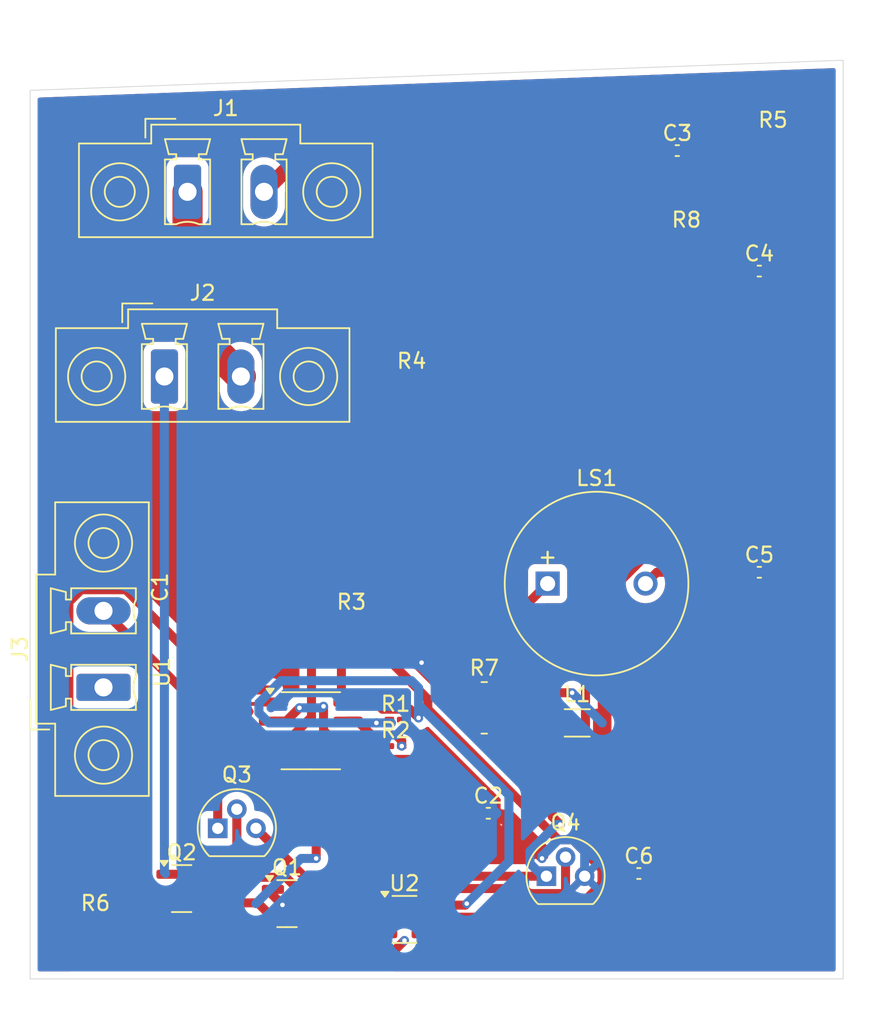
<source format=kicad_pcb>
(kicad_pcb (version 20241229) (generator "pcbnew") (generator_version "9.0")
  (layers (0 "F.Cu" signal) (2 "B.Cu" signal) (13 "F.Paste" user) (15 "B.Paste" user) (5 "F.SilkS" user "F.Silkscreen") (7 "B.SilkS" user "B.Silkscreen") (1 "F.Mask" user) (3 "B.Mask" user) (25 "Edge.Cuts" user))
  (net 0 "")
  (net 1 "Net-(U1-THR)")
  (net 2 "GND")
  (net 3 "Net-(U1-CV)")
  (net 4 "Net-(U2--)")
  (net 5 "Net-(J1-Pin_2)")
  (net 6 "Net-(C4-Pad1)")
  (net 7 "Net-(C5-Pad1)")
  (net 8 "+12V")
  (net 9 "Net-(J2-Pin_1)")
  (net 10 "+24V")
  (net 11 "Net-(J3-Pin_2)")
  (net 12 "Net-(Q3-S)")
  (net 13 "Net-(LS1-Pad1)")
  (net 14 "Net-(Q1-B)")
  (net 15 "GATE")
  (net 16 "Net-(U1-R)")
  (net 17 "Net-(U1-DIS)")
  (net 18 "Net-(U2-+)")
  (footprint "Capacitor_SMD:C_0201_0603Metric_Pad0.64x0.40mm_HandSolder" (layer "F.Cu") (at 144.2725 100.04)
    (property "Reference" "C1" (at -15.6425 -7.04 90) (layer "F.SilkS"))
    (property "Value" "1nF")
    (pad "1" smd roundrect (at -0.4075 0) (size 0.635 0.4) (layers "F.Cu" "F.Mask") (net 1 "Net-(U1-THR)"))
    (pad "2" smd roundrect (at 0.4075 0) (size 0.635 0.4) (layers "F.Cu" "F.Mask") (net 2 "GND"))
  )
  (footprint "Resistor_SMD:R_0508_1220Metric_Pad1.12x2.15mm_HandSolder" (layer "F.Cu") (at 141.3375 96)
    (property "Reference" "R3" (at 0 -2.03 0) (layer "F.SilkS"))
    (property "Value" "100k")
    (pad "1" smd roundrect (at -0.6625 0) (size 1.125 2.15) (layers "F.Cu" "F.Mask" "F.Paste") (roundrect_rratio 0.222222) (net 16 "Net-(U1-R)"))
    (pad "2" smd roundrect (at 0.6625 0) (size 1.125 2.15) (layers "F.Cu" "F.Mask" "F.Paste") (roundrect_rratio 0.222222) (net 18 "Net-(U2-+)"))
  )
  (footprint "Resistor_SMD:R_0201_0603Metric_Pad0.64x0.40mm_HandSolder" (layer "F.Cu") (at 144.2725 103.54)
    (property "Reference" "R2" (at 0 -1.05 0) (layer "F.SilkS"))
    (property "Value" "3.3k")
    (pad "1" smd roundrect (at -0.4075 0) (size 0.635 0.4) (layers "F.Cu" "F.Mask") (net 1 "Net-(U1-THR)"))
    (pad "2" smd roundrect (at 0.4075 0) (size 0.635 0.4) (layers "F.Cu" "F.Mask") (net 17 "Net-(U1-DIS)"))
  )
  (footprint "Capacitor_SMD:C_0402_1005Metric_Pad0.74x0.62mm_HandSolder" (layer "F.Cu") (at 160.4325 112)
    (property "Reference" "C6" (at 0 -1.16 0) (layer "F.SilkS"))
    (property "Value" "10nF")
    (fp_line (start -0.115835 -0.36) (end 0.115835 -0.36) (stroke (width 0.12)) (layer "F.SilkS"))
    (fp_line (start -0.115835 0.36) (end 0.115835 0.36) (stroke (width 0.12)) (layer "F.SilkS"))
    (pad "1" smd roundrect (at -0.5675 0) (size 0.735 0.62) (layers "F.Cu" "F.Mask" "F.Paste") (net 4 "Net-(U2--)"))
    (pad "2" smd roundrect (at 0.5675 0) (size 0.735 0.62) (layers "F.Cu" "F.Mask" "F.Paste") (net 2 "GND"))
  )
  (footprint "Package_TO_SOT_SMD:SOT-23-5" (layer "F.Cu") (at 144.8625 115.05)
    (property "Reference" "U2" (at 0 -2.4 0) (layer "F.SilkS"))
    (property "Value" "LM321")
    (fp_line (start 0 -1.56) (end -0.8 -1.56) (stroke (width 0.12)) (layer "F.SilkS"))
    (fp_line (start 0 -1.56) (end 0.8 -1.56) (stroke (width 0.12)) (layer "F.SilkS"))
    (fp_line (start 0 1.56) (end -0.8 1.56) (stroke (width 0.12)) (layer "F.SilkS"))
    (fp_line (start 0 1.56) (end 0.8 1.56) (stroke (width 0.12)) (layer "F.SilkS"))
    (fp_poly (pts (xy -1.3 -1.51) (xy -1.54 -1.84) (xy -1.06 -1.84)) (stroke (width 0.12)) (fill yes) (layer "F.SilkS"))
    (pad "1" smd roundrect (at -1.1375 -0.95) (size 1.325 0.6) (layers "F.Cu" "F.Mask" "F.Paste") (net 18 "Net-(U2-+)"))
    (pad "2" smd roundrect (at -1.1375 0) (size 1.325 0.6) (layers "F.Cu" "F.Mask" "F.Paste") (net 2 "GND"))
    (pad "3" smd roundrect (at -1.1375 0.95) (size 1.325 0.6) (layers "F.Cu" "F.Mask" "F.Paste") (net 4 "Net-(U2--)"))
    (pad "4" smd roundrect (at 1.1375 0.95) (size 1.325 0.6) (layers "F.Cu" "F.Mask" "F.Paste") (net 4 "Net-(U2--)"))
    (pad "5" smd roundrect (at 1.1375 -0.95) (size 1.325 0.6) (layers "F.Cu" "F.Mask" "F.Paste") (net 16 "Net-(U1-R)"))
  )
  (footprint "Package_TO_SOT_SMD:SOT-23" (layer "F.Cu") (at 137.0625 114)
    (property "Reference" "Q1" (at 0 -2.4 0) (layer "F.SilkS"))
    (property "Value" "NPN")
    (fp_line (start 0 -1.56) (end -0.65 -1.56) (stroke (width 0.12)) (layer "F.SilkS"))
    (fp_line (start 0 -1.56) (end 0.65 -1.56) (stroke (width 0.12)) (layer "F.SilkS"))
    (fp_line (start 0 1.56) (end -0.65 1.56) (stroke (width 0.12)) (layer "F.SilkS"))
    (fp_line (start 0 1.56) (end 0.65 1.56) (stroke (width 0.12)) (layer "F.SilkS"))
    (fp_poly (pts (xy -1.1625 -1.51) (xy -1.4025 -1.84) (xy -0.9225 -1.84)) (stroke (width 0.12)) (fill yes) (layer "F.SilkS"))
    (pad "1" smd roundrect (at -0.9375 -0.95) (size 1.475 0.6) (layers "F.Cu" "F.Mask" "F.Paste") (net 2 "GND"))
    (pad "2" smd roundrect (at -0.9375 0.95) (size 1.475 0.6) (layers "F.Cu" "F.Mask" "F.Paste") (net 14 "Net-(Q1-B)"))
    (pad "3" smd roundrect (at 0.9375 0) (size 1.475 0.6) (layers "F.Cu" "F.Mask" "F.Paste") (net 15 "GATE"))
  )
  (footprint "Resistor_SMD:R_0201_0603Metric_Pad0.64x0.40mm_HandSolder" (layer "F.Cu") (at 163.589 69.648286)
    (property "Reference" "R8" (at 0 -1.05 0) (layer "F.SilkS"))
    (property "Value" "1k")
    (pad "1" smd roundrect (at -0.4075 0) (size 0.635 0.4) (layers "F.Cu" "F.Mask") (net 14 "Net-(Q1-B)"))
    (pad "2" smd roundrect (at 0.4075 0) (size 0.635 0.4) (layers "F.Cu" "F.Mask") (net 4 "Net-(U2--)"))
  )
  (footprint "Resistor_SMD:R_0508_1220Metric_Pad1.12x2.15mm_HandSolder" (layer "F.Cu") (at 145.3375 80)
    (property "Reference" "R4" (at 0 -2.03 0) (layer "F.SilkS"))
    (property "Value" "100k")
    (pad "1" smd roundrect (at -0.6625 0) (size 1.125 2.15) (layers "F.Cu" "F.Mask" "F.Paste") (roundrect_rratio 0.222222) (net 18 "Net-(U2-+)"))
    (pad "2" smd roundrect (at 0.6625 0) (size 1.125 2.15) (layers "F.Cu" "F.Mask" "F.Paste") (roundrect_rratio 0.222222) (net 2 "GND"))
  )
  (footprint "Package_SO:SOIC-8_3.9x4.9mm_P1.27mm" (layer "F.Cu") (at 138.6425 102.52)
    (property "Reference" "U1" (at -9.8825 -3.89 90) (layer "F.SilkS"))
    (property "Value" "NE555D")
    (fp_line (start 0 -2.56) (end -1.95 -2.56) (stroke (width 0.12)) (layer "F.SilkS"))
    (fp_line (start 0 -2.56) (end 1.95 -2.56) (stroke (width 0.12)) (layer "F.SilkS"))
    (fp_line (start 0 2.56) (end -1.95 2.56) (stroke (width 0.12)) (layer "F.SilkS"))
    (fp_line (start 0 2.56) (end 1.95 2.56) (stroke (width 0.12)) (layer "F.SilkS"))
    (fp_poly (pts (xy -2.7 -2.465) (xy -2.94 -2.795) (xy -2.46 -2.795)) (stroke (width 0.12)) (fill yes) (layer "F.SilkS"))
    (pad "1" smd roundrect (at -2.475 -1.905) (size 1.95 0.6) (layers "F.Cu" "F.Mask" "F.Paste") (net 2 "GND"))
    (pad "2" smd roundrect (at -2.475 -0.635) (size 1.95 0.6) (layers "F.Cu" "F.Mask" "F.Paste") (net 1 "Net-(U1-THR)"))
    (pad "3" smd roundrect (at -2.475 0.635) (size 1.95 0.6) (layers "F.Cu" "F.Mask" "F.Paste") (net 14 "Net-(Q1-B)"))
    (pad "4" smd roundrect (at -2.475 1.905) (size 1.95 0.6) (layers "F.Cu" "F.Mask" "F.Paste") (net 16 "Net-(U1-R)"))
    (pad "5" smd roundrect (at 2.475 1.905) (size 1.95 0.6) (layers "F.Cu" "F.Mask" "F.Paste") (net 3 "Net-(U1-CV)"))
    (pad "6" smd roundrect (at 2.475 0.635) (size 1.95 0.6) (layers "F.Cu" "F.Mask" "F.Paste") (net 1 "Net-(U1-THR)"))
    (pad "7" smd roundrect (at 2.475 -0.635) (size 1.95 0.6) (layers "F.Cu" "F.Mask" "F.Paste") (net 17 "Net-(U1-DIS)"))
    (pad "8" smd roundrect (at 2.475 -1.905) (size 1.95 0.6) (layers "F.Cu" "F.Mask" "F.Paste") (net 16 "Net-(U1-R)"))
  )
  (footprint "Resistor_SMD:R_0612_1632Metric_Pad1.18x3.40mm_HandSolder" (layer "F.Cu") (at 150.1625 101)
    (property "Reference" "R7" (at 0 -2.65 0) (layer "F.SilkS"))
    (property "Value" "8")
    (fp_line (start -0.182983 -1.71) (end 0.182983 -1.71) (stroke (width 0.12)) (layer "F.SilkS"))
    (fp_line (start -0.182983 1.71) (end 0.182983 1.71) (stroke (width 0.12)) (layer "F.SilkS"))
    (pad "1" smd roundrect (at -0.8375 0) (size 1.175 3.4) (layers "F.Cu" "F.Mask" "F.Paste") (roundrect_rratio 0.212766) (net 13 "Net-(LS1-Pad1)"))
    (pad "2" smd roundrect (at 0.8375 0) (size 1.175 3.4) (layers "F.Cu" "F.Mask" "F.Paste") (roundrect_rratio 0.212766) (net 6 "Net-(C4-Pad1)"))
  )
  (footprint "Connector_Phoenix_MC_HighVoltage:PhoenixContact_MCV_1,5_2-GF-5.08_1x02_P5.08mm_Vertical_ThreadedFlange" (layer "F.Cu") (at 124.875 99.64 90)
    (property "Reference" "J3" (at 2.54 -5.55 90) (layer "F.SilkS"))
    (property "Value" "Conn_01x02_Pin")
    (fp_line (start -2.8 -4.85) (end -0.8 -4.85) (stroke (width 0.12)) (layer "F.SilkS"))
    (fp_line (start 7.49 -4.46) (end -2.41 -4.46) (stroke (width 0.12)) (layer "F.SilkS"))
    (fp_line (start -2.41 -4.46) (end -2.41 -3.21) (stroke (width 0.12)) (layer "F.SilkS"))
    (fp_line (start -2.8 -3.6) (end -2.8 -4.85) (stroke (width 0.12)) (layer "F.SilkS"))
    (fp_line (start 6.58 -3.5) (end 6.33 -2.5) (stroke (width 0.12)) (layer "F.SilkS"))
    (fp_line (start 3.58 -3.5) (end 6.58 -3.5) (stroke (width 0.12)) (layer "F.SilkS"))
    (fp_line (start 1.5 -3.5) (end 1.25 -2.5) (stroke (width 0.12)) (layer "F.SilkS"))
    (fp_line (start -1.5 -3.5) (end 1.5 -3.5) (stroke (width 0.12)) (layer "F.SilkS"))
    (fp_line (start 12.29 -3.21) (end 7.49 -3.21) (stroke (width 0.12)) (layer "F.SilkS"))
    (fp_line (start 7.49 -3.21) (end 7.49 -4.46) (stroke (width 0.12)) (layer "F.SilkS"))
    (fp_line (start -2.41 -3.21) (end -7.21 -3.21) (stroke (width 0.12)) (layer "F.SilkS"))
    (fp_line (start -7.21 -3.21) (end -7.21 3.01) (stroke (width 0.12)) (layer "F.SilkS"))
    (fp_line (start 6.33 -2.5) (end 5.83 -2.5) (stroke (width 0.12)) (layer "F.SilkS"))
    (fp_line (start 5.83 -2.5) (end 5.83 -2.15) (stroke (width 0.12)) (layer "F.SilkS"))
    (fp_line (start 4.33 -2.5) (end 3.83 -2.5) (stroke (width 0.12)) (layer "F.SilkS"))
    (fp_line (start 3.83 -2.5) (end 3.58 -3.5) (stroke (width 0.12)) (layer "F.SilkS"))
    (fp_line (start 1.25 -2.5) (end 0.75 -2.5) (stroke (width 0.12)) (layer "F.SilkS"))
    (fp_line (start 0.75 -2.5) (end 0.75 -2.15) (stroke (width 0.12)) (layer "F.SilkS"))
    (fp_line (start -0.75 -2.5) (end -1.25 -2.5) (stroke (width 0.12)) (layer "F.SilkS"))
    (fp_line (start -1.25 -2.5) (end -1.5 -3.5) (stroke (width 0.12)) (layer "F.SilkS"))
    (fp_line (start 6.58 -2.15) (end 6.58 2.15) (stroke (width 0.12)) (layer "F.SilkS"))
    (fp_line (start 5.83 -2.15) (end 6.58 -2.15) (stroke (width 0.12)) (layer "F.SilkS"))
    (fp_line (start 4.33 -2.15) (end 4.33 -2.5) (stroke (width 0.12)) (layer "F.SilkS"))
    (fp_line (start 3.58 -2.15) (end 4.33 -2.15) (stroke (width 0.12)) (layer "F.SilkS"))
    (fp_line (start 1.5 -2.15) (end 1.5 2.15) (stroke (width 0.12)) (layer "F.SilkS"))
    (fp_line (start 0.75 -2.15) (end 1.5 -2.15) (stroke (width 0.12)) (layer "F.SilkS"))
    (fp_line (start -0.75 -2.15) (end -0.75 -2.5) (stroke (width 0.12)) (layer "F.SilkS"))
    (fp_line (start -1.5 -2.15) (end -0.75 -2.15) (stroke (width 0.12)) (layer "F.SilkS"))
    (fp_line (start 6.58 2.15) (end 5.83 2.15) (stroke (width 0.12)) (layer "F.SilkS"))
    (fp_line (start 4.33 2.15) (end 3.58 2.15) (stroke (width 0.12)) (layer "F.SilkS"))
    (fp_line (start 3.58 2.15) (end 3.58 -2.15) (stroke (width 0.12)) (layer "F.SilkS"))
    (fp_line (start 1.5 2.15) (end 0.75 2.15) (stroke (width 0.12)) (layer "F.SilkS"))
    (fp_line (start -0.75 2.15) (end -1.5 2.15) (stroke (width 0.12)) (layer "F.SilkS"))
    (fp_line (start -1.5 2.15) (end -1.5 -2.15) (stroke (width 0.12)) (layer "F.SilkS"))
    (fp_line (start 12.29 3.01) (end 12.29 -3.21) (stroke (width 0.12)) (layer "F.SilkS"))
    (fp_line (start -7.21 3.01) (end 12.29 3.01) (stroke (width 0.12)) (layer "F.SilkS"))
    (fp_arc (start 4.33 2.15) (mid 5.079807 1.99191) (end 5.829647 2.149844) (stroke (width 0.12)) (layer "F.SilkS"))
    (fp_arc (start -0.75 2.15) (mid -0.000193 1.99191) (end 0.749647 2.149844) (stroke (width 0.12)) (layer "F.SilkS"))
    (fp_circle (center 9.58 0) (end 11.48 0) (stroke (width 0.12)) (fill no) (layer "F.SilkS"))
    (fp_circle (center 9.58 0) (end 10.58 0) (stroke (width 0.12)) (fill no) (layer "F.SilkS"))
    (fp_circle (center -4.5 0) (end -2.6 0) (stroke (width 0.12)) (fill no) (layer "F.SilkS"))
    (fp_circle (center -4.5 0) (end -3.5 0) (stroke (width 0.12)) (fill no) (layer "F.SilkS"))
    (pad "1" thru_hole roundrect (at 0 0 90) (size 1.8 3.6) (drill 1.2) (layers "*.Cu" "*.Mask") (roundrect_rratio 0.138889) (net 10 "+24V"))
    (pad "2" thru_hole oval (at 5.08 0 90) (size 1.8 3.6) (drill 1.2) (layers "*.Cu" "*.Mask") (net 11 "Net-(J3-Pin_2)"))
  )
  (footprint "Package_TO_SOT_THT:TO-92" (layer "F.Cu") (at 132.46 109)
    (property "Reference" "Q3" (at 1.27 -3.56 0) (layer "F.SilkS"))
    (property "Value" "PMOS")
    (fp_line (start -0.53 1.85) (end 3.07 1.85) (stroke (width 0.12)) (layer "F.SilkS"))
    (fp_arc (start -0.568478 1.838478) (mid -1.132087 -0.994977) (end 1.27 -2.6) (stroke (width 0.12)) (layer "F.SilkS"))
    (fp_arc (start 1.27 -2.6) (mid 3.672087 -0.994977) (end 3.108478 1.838478) (stroke (width 0.12)) (layer "F.SilkS"))
    (pad "1" thru_hole rect (at 0 0) (size 1.3 1.3) (drill 0.75) (layers "*.Cu" "*.Mask") (net 11 "Net-(J3-Pin_2)"))
    (pad "2" thru_hole circle (at 1.27 -1.27) (size 1.3 1.3) (drill 0.75) (layers "*.Cu" "*.Mask") (net 15 "GATE"))
    (pad "3" thru_hole circle (at 2.54 0) (size 1.3 1.3) (drill 0.75) (layers "*.Cu" "*.Mask") (net 12 "Net-(Q3-S)"))
  )
  (footprint "Resistor_SMD:R_0508_1220Metric_Pad1.12x2.15mm_HandSolder" (layer "F.Cu") (at 169.3375 64)
    (property "Reference" "R5" (at 0 -2.03 0) (layer "F.SilkS"))
    (property "Value" "100k")
    (pad "1" smd roundrect (at -0.6625 0) (size 1.125 2.15) (layers "F.Cu" "F.Mask" "F.Paste") (roundrect_rratio 0.222222) (net 4 "Net-(U2--)"))
    (pad "2" smd roundrect (at 0.6625 0) (size 1.125 2.15) (layers "F.Cu" "F.Mask" "F.Paste") (roundrect_rratio 0.222222) (net 2 "GND"))
  )
  (footprint "Connector_Phoenix_MC_HighVoltage:PhoenixContact_MCV_1,5_2-GF-5.08_1x02_P5.08mm_Vertical_ThreadedFlange" (layer "F.Cu") (at 128.92 79)
    (property "Reference" "J2" (at 2.54 -5.55 0) (layer "F.SilkS"))
    (property "Value" "Conn_01x02_Pin")
    (fp_line (start -7.21 -3.21) (end -7.21 3.01) (stroke (width 0.12)) (layer "F.SilkS"))
    (fp_line (start -7.21 3.01) (end 12.29 3.01) (stroke (width 0.12)) (layer "F.SilkS"))
    (fp_line (start -2.8 -4.85) (end -0.8 -4.85) (stroke (width 0.12)) (layer "F.SilkS"))
    (fp_line (start -2.8 -3.6) (end -2.8 -4.85) (stroke (width 0.12)) (layer "F.SilkS"))
    (fp_line (start -2.41 -4.46) (end -2.41 -3.21) (stroke (width 0.12)) (layer "F.SilkS"))
    (fp_line (start -2.41 -3.21) (end -7.21 -3.21) (stroke (width 0.12)) (layer "F.SilkS"))
    (fp_line (start -1.5 -3.5) (end 1.5 -3.5) (stroke (width 0.12)) (layer "F.SilkS"))
    (fp_line (start -1.5 -2.15) (end -0.75 -2.15) (stroke (width 0.12)) (layer "F.SilkS"))
    (fp_line (start -1.5 2.15) (end -1.5 -2.15) (stroke (width 0.12)) (layer "F.SilkS"))
    (fp_line (start -1.25 -2.5) (end -1.5 -3.5) (stroke (width 0.12)) (layer "F.SilkS"))
    (fp_line (start -0.75 -2.5) (end -1.25 -2.5) (stroke (width 0.12)) (layer "F.SilkS"))
    (fp_line (start -0.75 -2.15) (end -0.75 -2.5) (stroke (width 0.12)) (layer "F.SilkS"))
    (fp_line (start -0.75 2.15) (end -1.5 2.15) (stroke (width 0.12)) (layer "F.SilkS"))
    (fp_line (start 0.75 -2.5) (end 0.75 -2.15) (stroke (width 0.12)) (layer "F.SilkS"))
    (fp_line (start 0.75 -2.15) (end 1.5 -2.15) (stroke (width 0.12)) (layer "F.SilkS"))
    (fp_line (start 1.25 -2.5) (end 0.75 -2.5) (stroke (width 0.12)) (layer "F.SilkS"))
    (fp_line (start 1.5 -3.5) (end 1.25 -2.5) (stroke (width 0.12)) (layer "F.SilkS"))
    (fp_line (start 1.5 -2.15) (end 1.5 2.15) (stroke (width 0.12)) (layer "F.SilkS"))
    (fp_line (start 1.5 2.15) (end 0.75 2.15) (stroke (width 0.12)) (layer "F.SilkS"))
    (fp_line (start 3.58 -3.5) (end 6.58 -3.5) (stroke (width 0.12)) (layer "F.SilkS"))
    (fp_line (start 3.58 -2.15) (end 4.33 -2.15) (stroke (width 0.12)) (layer "F.SilkS"))
    (fp_line (start 3.58 2.15) (end 3.58 -2.15) (stroke (width 0.12)) (layer "F.SilkS"))
    (fp_line (start 3.83 -2.5) (end 3.58 -3.5) (stroke (width 0.12)) (layer "F.SilkS"))
    (fp_line (start 4.33 -2.5) (end 3.83 -2.5) (stroke (width 0.12)) (layer "F.SilkS"))
    (fp_line (start 4.33 -2.15) (end 4.33 -2.5) (stroke (width 0.12)) (layer "F.SilkS"))
    (fp_line (start 4.33 2.15) (end 3.58 2.15) (stroke (width 0.12)) (layer "F.SilkS"))
    (fp_line (start 5.83 -2.5) (end 5.83 -2.15) (stroke (width 0.12)) (layer "F.SilkS"))
    (fp_line (start 5.83 -2.15) (end 6.58 -2.15) (stroke (width 0.12)) (layer "F.SilkS"))
    (fp_line (start 6.33 -2.5) (end 5.83 -2.5) (stroke (width 0.12)) (layer "F.SilkS"))
    (fp_line (start 6.58 -3.5) (end 6.33 -2.5) (stroke (width 0.12)) (layer "F.SilkS"))
    (fp_line (start 6.58 -2.15) (end 6.58 2.15) (stroke (width 0.12)) (layer "F.SilkS"))
    (fp_line (start 6.58 2.15) (end 5.83 2.15) (stroke (width 0.12)) (layer "F.SilkS"))
    (fp_line (start 7.49 -4.46) (end -2.41 -4.46) (stroke (width 0.12)) (layer "F.SilkS"))
    (fp_line (start 7.49 -3.21) (end 7.49 -4.46) (stroke (width 0.12)) (layer "F.SilkS"))
    (fp_line (start 12.29 -3.21) (end 7.49 -3.21) (stroke (width 0.12)) (layer "F.SilkS"))
    (fp_line (start 12.29 3.01) (end 12.29 -3.21) (stroke (width 0.12)) (layer "F.SilkS"))
    (fp_arc (start -0.75 2.15) (mid -0.000193 1.99191) (end 0.749647 2.149844) (stroke (width 0.12)) (layer "F.SilkS"))
    (fp_arc (start 4.33 2.15) (mid 5.079807 1.99191) (end 5.829647 2.149844) (stroke (width 0.12)) (layer "F.SilkS"))
    (fp_circle (center -4.5 0) (end -3.5 0) (stroke (width 0.12)) (fill no) (layer "F.SilkS"))
    (fp_circle (center -4.5 0) (end -2.6 0) (stroke (width 0.12)) (fill no) (layer "F.SilkS"))
    (fp_circle (center 9.58 0) (end 10.58 0) (stroke (width 0.12)) (fill no) (layer "F.SilkS"))
    (fp_circle (center 9.58 0) (end 11.48 0) (stroke (width 0.12)) (fill no) (layer "F.SilkS"))
    (pad "1" thru_hole roundrect (at 0 0) (size 1.8 3.6) (drill 1.2) (layers "*.Cu" "*.Mask") (roundrect_rratio 0.138889) (net 9 "Net-(J2-Pin_1)"))
    (pad "2" thru_hole oval (at 5.08 0) (size 1.8 3.6) (drill 1.2) (layers "*.Cu" "*.Mask") (net 8 "+12V"))
  )
  (footprint "Resistor_SMD:R_0508_1220Metric_Pad1.12x2.15mm_HandSolder" (layer "F.Cu") (at 124.3375 116)
    (property "Reference" "R6" (at 0 -2.03 0) (layer "F.SilkS"))
    (property "Value" "100k")
    (pad "1" smd roundrect (at -0.6625 0) (size 1.125 2.15) (layers "F.Cu" "F.Mask" "F.Paste") (roundrect_rratio 0.222222) (net 14 "Net-(Q1-B)"))
    (pad "2" smd roundrect (at 0.6625 0) (size 1.125 2.15) (layers "F.Cu" "F.Mask" "F.Paste") (roundrect_rratio 0.222222) (net 4 "Net-(U2--)"))
  )
  (footprint "Inductor_SMD:L_1206_3216Metric_Pad1.22x1.90mm_HandSolder" (layer "F.Cu") (at 156.3375 102)
    (property "Reference" "L1" (at 0 -1.9 0) (layer "F.SilkS"))
    (property "Value" "33uH")
    (fp_line (start -0.835242 -0.91) (end 0.835242 -0.91) (stroke (width 0.12)) (layer "F.SilkS"))
    (fp_line (start -0.835242 0.91) (end 0.835242 0.91) (stroke (width 0.12)) (layer "F.SilkS"))
    (pad "1" smd roundrect (at -1.6625 0) (size 1.225 1.9) (layers "F.Cu" "F.Mask" "F.Paste") (roundrect_rratio 0.204082) (net 12 "Net-(Q3-S)"))
    (pad "2" smd roundrect (at 1.6625 0) (size 1.225 1.9) (layers "F.Cu" "F.Mask" "F.Paste") (roundrect_rratio 0.204082) (net 6 "Net-(C4-Pad1)"))
  )
  (footprint "Capacitor_SMD:C_0402_1005Metric_Pad0.74x0.62mm_HandSolder" (layer "F.Cu") (at 168.4325 72)
    (property "Reference" "C4" (at 0 -1.16 0) (layer "F.SilkS"))
    (property "Value" "0.47uF")
    (fp_line (start -0.115835 -0.36) (end 0.115835 -0.36) (stroke (width 0.12)) (layer "F.SilkS"))
    (fp_line (start -0.115835 0.36) (end 0.115835 0.36) (stroke (width 0.12)) (layer "F.SilkS"))
    (pad "1" smd roundrect (at -0.5675 0) (size 0.735 0.62) (layers "F.Cu" "F.Mask" "F.Paste") (net 6 "Net-(C4-Pad1)"))
    (pad "2" smd roundrect (at 0.5675 0) (size 0.735 0.62) (layers "F.Cu" "F.Mask" "F.Paste") (net 2 "GND"))
  )
  (footprint "Buzzer_Beeper:MagneticBuzzer_ProSignal_ABT-410-RC" (layer "F.Cu") (at 154.3725 92.75)
    (property "Reference" "LS1" (at 3.25 -7 0) (layer "F.SilkS"))
    (property "Value" "Speaker")
    (fp_circle (center 3.25 0) (end 9.35 0) (stroke (width 0.12)) (fill no) (layer "F.SilkS"))
    (fp_text user "+" (at 0 -1.8 0) (layer "F.SilkS"))
    (pad "1" thru_hole rect (at 0 0) (size 1.6 1.6) (drill 1) (layers "*.Cu" "*.Mask") (net 13 "Net-(LS1-Pad1)"))
    (pad "2" thru_hole circle (at 6.5 0) (size 1.6 1.6) (drill 1) (layers "*.Cu" "*.Mask") (net 7 "Net-(C5-Pad1)"))
  )
  (footprint "Package_TO_SOT_SMD:SOT-23" (layer "F.Cu") (at 130.0625 113)
    (property "Reference" "Q2" (at 0 -2.4 0) (layer "F.SilkS"))
    (property "Value" "PNP")
    (fp_line (start 0 -1.56) (end -0.65 -1.56) (stroke (width 0.12)) (layer "F.SilkS"))
    (fp_line (start 0 -1.56) (end 0.65 -1.56) (stroke (width 0.12)) (layer "F.SilkS"))
    (fp_line (start 0 1.56) (end -0.65 1.56) (stroke (width 0.12)) (layer "F.SilkS"))
    (fp_line (start 0 1.56) (end 0.65 1.56) (stroke (width 0.12)) (layer "F.SilkS"))
    (fp_poly (pts (xy -1.1625 -1.51) (xy -1.4025 -1.84) (xy -0.9225 -1.84)) (stroke (width 0.12)) (fill yes) (layer "F.SilkS"))
    (pad "1" smd roundrect (at -0.9375 -0.95) (size 1.475 0.6) (layers "F.Cu" "F.Mask" "F.Paste") (net 9 "Net-(J2-Pin_1)"))
    (pad "2" smd roundrect (at -0.9375 0.95) (size 1.475 0.6) (layers "F.Cu" "F.Mask" "F.Paste") (net 14 "Net-(Q1-B)"))
    (pad "3" smd roundrect (at 0.9375 0) (size 1.475 0.6) (layers "F.Cu" "F.Mask" "F.Paste") (net 15 "GATE"))
  )
  (footprint "Package_TO_SOT_THT:TO-92" (layer "F.Cu") (at 154.2925 112.18)
    (property "Reference" "Q4" (at 1.27 -3.56 0) (layer "F.SilkS"))
    (property "Value" "NMOS")
    (fp_line (start -0.53 1.85) (end 3.07 1.85) (stroke (width 0.12)) (layer "F.SilkS"))
    (fp_arc (start -0.568478 1.838478) (mid -1.132087 -0.994977) (end 1.27 -2.6) (stroke (width 0.12)) (layer "F.SilkS"))
    (fp_arc (start 1.27 -2.6) (mid 3.672087 -0.994977) (end 3.108478 1.838478) (stroke (width 0.12)) (layer "F.SilkS"))
    (pad "1" thru_hole rect (at 0 0) (size 1.3 1.3) (drill 0.75) (layers "*.Cu" "*.Mask") (net 12 "Net-(Q3-S)"))
    (pad "2" thru_hole circle (at 1.27 -1.27) (size 1.3 1.3) (drill 0.75) (layers "*.Cu" "*.Mask") (net 15 "GATE"))
    (pad "3" thru_hole circle (at 2.54 0) (size 1.3 1.3) (drill 0.75) (layers "*.Cu" "*.Mask") (net 2 "GND"))
  )
  (footprint "Resistor_SMD:R_0201_0603Metric_Pad0.64x0.40mm_HandSolder" (layer "F.Cu") (at 144.2725 101.79)
    (property "Reference" "R1" (at 0 -1.05 0) (layer "F.SilkS"))
    (property "Value" "1k")
    (pad "1" smd roundrect (at -0.4075 0) (size 0.635 0.4) (layers "F.Cu" "F.Mask") (net 1 "Net-(U1-THR)"))
    (pad "2" smd roundrect (at 0.4075 0) (size 0.635 0.4) (layers "F.Cu" "F.Mask") (net 16 "Net-(U1-R)"))
  )
  (footprint "Capacitor_SMD:C_0402_1005Metric_Pad0.74x0.62mm_HandSolder" (layer "F.Cu") (at 168.4325 92)
    (property "Reference" "C5" (at 0 -1.16 0) (layer "F.SilkS"))
    (property "Value" "0.47uF")
    (fp_line (start -0.115835 -0.36) (end 0.115835 -0.36) (stroke (width 0.12)) (layer "F.SilkS"))
    (fp_line (start -0.115835 0.36) (end 0.115835 0.36) (stroke (width 0.12)) (layer "F.SilkS"))
    (pad "1" smd roundrect (at -0.5675 0) (size 0.735 0.62) (layers "F.Cu" "F.Mask" "F.Paste") (net 7 "Net-(C5-Pad1)"))
    (pad "2" smd roundrect (at 0.5675 0) (size 0.735 0.62) (layers "F.Cu" "F.Mask" "F.Paste") (net 2 "GND"))
  )
  (footprint "Connector_Phoenix_MC_HighVoltage:PhoenixContact_MCV_1,5_2-GF-5.08_1x02_P5.08mm_Vertical_ThreadedFlange" (layer "F.Cu") (at 130.455 66.7375)
    (property "Reference" "J1" (at 2.54 -5.55 0) (layer "F.SilkS"))
    (property "Value" "Conn_01x02_Pin")
    (fp_line (start -7.21 -3.21) (end -7.21 3.01) (stroke (width 0.12)) (layer "F.SilkS"))
    (fp_line (start -7.21 3.01) (end 12.29 3.01) (stroke (width 0.12)) (layer "F.SilkS"))
    (fp_line (start -2.8 -4.85) (end -0.8 -4.85) (stroke (width 0.12)) (layer "F.SilkS"))
    (fp_line (start -2.8 -3.6) (end -2.8 -4.85) (stroke (width 0.12)) (layer "F.SilkS"))
    (fp_line (start -2.41 -4.46) (end -2.41 -3.21) (stroke (width 0.12)) (layer "F.SilkS"))
    (fp_line (start -2.41 -3.21) (end -7.21 -3.21) (stroke (width 0.12)) (layer "F.SilkS"))
    (fp_line (start -1.5 -3.5) (end 1.5 -3.5) (stroke (width 0.12)) (layer "F.SilkS"))
    (fp_line (start -1.5 -2.15) (end -0.75 -2.15) (stroke (width 0.12)) (layer "F.SilkS"))
    (fp_line (start -1.5 2.15) (end -1.5 -2.15) (stroke (width 0.12)) (layer "F.SilkS"))
    (fp_line (start -1.25 -2.5) (end -1.5 -3.5) (stroke (width 0.12)) (layer "F.SilkS"))
    (fp_line (start -0.75 -2.5) (end -1.25 -2.5) (stroke (width 0.12)) (layer "F.SilkS"))
    (fp_line (start -0.75 -2.15) (end -0.75 -2.5) (stroke (width 0.12)) (layer "F.SilkS"))
    (fp_line (start -0.75 2.15) (end -1.5 2.15) (stroke (width 0.12)) (layer "F.SilkS"))
    (fp_line (start 0.75 -2.5) (end 0.75 -2.15) (stroke (width 0.12)) (layer "F.SilkS"))
    (fp_line (start 0.75 -2.15) (end 1.5 -2.15) (stroke (width 0.12)) (layer "F.SilkS"))
    (fp_line (start 1.25 -2.5) (end 0.75 -2.5) (stroke (width 0.12)) (layer "F.SilkS"))
    (fp_line (start 1.5 -3.5) (end 1.25 -2.5) (stroke (width 0.12)) (layer "F.SilkS"))
    (fp_line (start 1.5 -2.15) (end 1.5 2.15) (stroke (width 0.12)) (layer "F.SilkS"))
    (fp_line (start 1.5 2.15) (end 0.75 2.15) (stroke (width 0.12)) (layer "F.SilkS"))
    (fp_line (start 3.58 -3.5) (end 6.58 -3.5) (stroke (width 0.12)) (layer "F.SilkS"))
    (fp_line (start 3.58 -2.15) (end 4.33 -2.15) (stroke (width 0.12)) (layer "F.SilkS"))
    (fp_line (start 3.58 2.15) (end 3.58 -2.15) (stroke (width 0.12)) (layer "F.SilkS"))
    (fp_line (start 3.83 -2.5) (end 3.58 -3.5) (stroke (width 0.12)) (layer "F.SilkS"))
    (fp_line (start 4.33 -2.5) (end 3.83 -2.5) (stroke (width 0.12)) (layer "F.SilkS"))
    (fp_line (start 4.33 -2.15) (end 4.33 -2.5) (stroke (width 0.12)) (layer "F.SilkS"))
    (fp_line (start 4.33 2.15) (end 3.58 2.15) (stroke (width 0.12)) (layer "F.SilkS"))
    (fp_line (start 5.83 -2.5) (end 5.83 -2.15) (stroke (width 0.12)) (layer "F.SilkS"))
    (fp_line (start 5.83 -2.15) (end 6.58 -2.15) (stroke (width 0.12)) (layer "F.SilkS"))
    (fp_line (start 6.33 -2.5) (end 5.83 -2.5) (stroke (width 0.12)) (layer "F.SilkS"))
    (fp_line (start 6.58 -3.5) (end 6.33 -2.5) (stroke (width 0.12)) (layer "F.SilkS"))
    (fp_line (start 6.58 -2.15) (end 6.58 2.15) (stroke (width 0.12)) (layer "F.SilkS"))
    (fp_line (start 6.58 2.15) (end 5.83 2.15) (stroke (width 0.12)) (layer "F.SilkS"))
    (fp_line (start 7.49 -4.46) (end -2.41 -4.46) (stroke (width 0.12)) (layer "F.SilkS"))
    (fp_line (start 7.49 -3.21) (end 7.49 -4.46) (stroke (width 0.12)) (layer "F.SilkS"))
    (fp_line (start 12.29 -3.21) (end 7.49 -3.21) (stroke (width 0.12)) (layer "F.SilkS"))
    (fp_line (start 12.29 3.01) (end 12.29 -3.21) (stroke (width 0.12)) (layer "F.SilkS"))
    (fp_arc (start -0.75 2.15) (mid -0.000193 1.99191) (end 0.749647 2.149844) (stroke (width 0.12)) (layer "F.SilkS"))
    (fp_arc (start 4.33 2.15) (mid 5.079807 1.99191) (end 5.829647 2.149844) (stroke (width 0.12)) (layer "F.SilkS"))
    (fp_circle (center -4.5 0) (end -3.5 0) (stroke (width 0.12)) (fill no) (layer "F.SilkS"))
    (fp_circle (center -4.5 0) (end -2.6 0) (stroke (width 0.12)) (fill no) (layer "F.SilkS"))
    (fp_circle (center 9.58 0) (end 10.58 0) (stroke (width 0.12)) (fill no) (layer "F.SilkS"))
    (fp_circle (center 9.58 0) (end 11.48 0) (stroke (width 0.12)) (fill no) (layer "F.SilkS"))
    (pad "1" thru_hole roundrect (at 0 0) (size 1.8 3.6) (drill 1.2) (layers "*.Cu" "*.Mask") (roundrect_rratio 0.138889) (net 8 "+12V"))
    (pad "2" thru_hole oval (at 5.08 0) (size 1.8 3.6) (drill 1.2) (layers "*.Cu" "*.Mask") (net 5 "Net-(J1-Pin_2)"))
  )
  (footprint "Capacitor_SMD:C_0402_1005Metric_Pad0.74x0.62mm_HandSolder" (layer "F.Cu") (at 150.4325 108)
    (property "Reference" "C2" (at 0 -1.16 0) (layer "F.SilkS"))
    (property "Value" "10nF")
    (fp_line (start -0.115835 -0.36) (end 0.115835 -0.36) (stroke (width 0.12)) (layer "F.SilkS"))
    (fp_line (start -0.115835 0.36) (end 0.115835 0.36) (stroke (width 0.12)) (layer "F.SilkS"))
    (pad "1" smd roundrect (at -0.5675 0) (size 0.735 0.62) (layers "F.Cu" "F.Mask" "F.Paste") (net 3 "Net-(U1-CV)"))
    (pad "2" smd roundrect (at 0.5675 0) (size 0.735 0.62) (layers "F.Cu" "F.Mask" "F.Paste") (net 2 "GND"))
  )
  (footprint "Capacitor_SMD:C_0402_1005Metric_Pad0.74x0.62mm_HandSolder" (layer "F.Cu") (at 162.9825 64)
    (property "Reference" "C3" (at 0 -1.16 0) (layer "F.SilkS"))
    (property "Value" "10nF")
    (fp_line (start -0.115835 -0.36) (end 0.115835 -0.36) (stroke (width 0.12)) (layer "F.SilkS"))
    (fp_line (start -0.115835 0.36) (end 0.115835 0.36) (stroke (width 0.12)) (layer "F.SilkS"))
    (pad "1" smd roundrect (at -0.5675 0) (size 0.735 0.62) (layers "F.Cu" "F.Mask" "F.Paste") (net 4 "Net-(U2--)"))
    (pad "2" smd roundrect (at 0.5675 0) (size 0.735 0.62) (layers "F.Cu" "F.Mask" "F.Paste") (net 5 "Net-(J1-Pin_2)"))
  )
  (gr_line (start 174 58) (end 120 60) (stroke (width 0.05)) (layer "Edge.Cuts"))
  (gr_line (start 174 119) (end 174 58) (stroke (width 0.05)) (layer "Edge.Cuts"))
  (gr_line (start 120 60) (end 120 119) (stroke (width 0.05)) (layer "Edge.Cuts"))
  (gr_line (start 120 119) (end 174 119) (stroke (width 0.05)) (layer "Edge.Cuts"))
  (segment (start 137.003128 101.885) (end 137.888128 101) (width 0.6) (layer "F.Cu") (net 1))
  (segment (start 140.142501 103.155) (end 141.1175 103.155) (width 0.6) (layer "F.Cu") (net 1))
  (segment (start 139.488128 100.89722) (end 139.488128 102.500627) (width 0.6) (layer "F.Cu") (net 1))
  (segment (start 136.1675 101.885) (end 137.003128 101.885) (width 0.6) (layer "F.Cu") (net 1))
  (segment (start 139.488128 102.500627) (end 140.142501 103.155) (width 0.6) (layer "F.Cu") (net 1))
  (via (at 137.888128 101) (size 0.6) (drill 0.3) (layers "F.Cu" "B.Cu") (net 1))
  (via (at 139.488128 100.89722) (size 0.6) (drill 0.3) (layers "F.Cu" "B.Cu") (net 1))
  (segment (start 137.888128 101) (end 139.385348 101) (width 0.6) (layer "B.Cu") (net 1))
  (segment (start 139.385348 101) (end 139.488128 100.89722) (width 0.6) (layer "B.Cu") (net 1))
  (segment (start 136.125 113.05) (end 136.125 113.44679) (width 0.6) (layer "F.Cu") (net 2))
  (segment (start 161 112) (end 169 104) (width 0.6) (layer "F.Cu") (net 2))
  (segment (start 170 71) (end 169 72) (width 1) (layer "F.Cu") (net 2))
  (segment (start 169 92) (end 169 72) (width 0.6) (layer "F.Cu") (net 2))
  (segment (start 136.125 113.44679) (end 136.7625 114.08429) (width 0.6) (layer "F.Cu") (net 2))
  (segment (start 146 80) (end 146 98) (width 0.6) (layer "F.Cu") (net 2))
  (segment (start 151 108) (end 154 111) (width 0.6) (layer "F.Cu") (net 2))
  (segment (start 169 104) (end 169 92) (width 0.6) (layer "F.Cu") (net 2))
  (segment (start 170 64) (end 170 71) (width 1) (layer "F.Cu") (net 2))
  (via (at 136.7625 114.08429) (size 0.6) (drill 0.3) (layers "F.Cu" "B.Cu") (net 2))
  (via (at 154 111) (size 0.6) (drill 0.3) (layers "F.Cu" "B.Cu") (net 2))
  (via (at 146 98) (size 0.6) (drill 0.3) (layers "F.Cu" "B.Cu") (net 2))
  (segment (start 144 115) (end 151 108) (width 0.6) (layer "B.Cu") (net 2))
  (segment (start 156.8325 110.55224) (end 156.8325 112.18) (width 0.6) (layer "B.Cu") (net 2))
  (segment (start 146 98) (end 136.734429 98) (width 0.6) (layer "B.Cu") (net 2))
  (segment (start 134.398 100.336429) (end 134.398 101.663572) (width 0.6) (layer "B.Cu") (net 2))
  (segment (start 136.734429 98) (end 134.398 100.336429) (width 0.6) (layer "B.Cu") (net 2))
  (segment (start 145 101) (end 145 100) (width 0.6) (layer "B.Cu") (net 2))
  (segment (start 145 102) (end 145 101) (width 0.6) (layer "B.Cu") (net 2))
  (segment (start 154 110.84474) (end 155.08574 109.759) (width 0.6) (layer "B.Cu") (net 2))
  (segment (start 156.03926 109.759) (end 156.8325 110.55224) (width 0.6) (layer "B.Cu") (net 2))
  (segment (start 134.398 101.663572) (end 135.535429 102.801) (width 0.6) (layer "B.Cu") (net 2))
  (segment (start 137 100) (end 136 101) (width 0.6) (layer "B.Cu") (net 2))
  (segment (start 136.7625 114.08429) (end 143.08429 114.08429) (width 0.6) (layer "B.Cu") (net 2))
  (segment (start 145 102.132785) (end 145 101) (width 0.6) (layer "B.Cu") (net 2))
  (segment (start 155.08574 109.759) (end 156.03926 109.759) (width 0.6) (layer "B.Cu") (net 2))
  (segment (start 143.08429 114.08429) (end 144 115) (width 0.6) (layer "B.Cu") (net 2))
  (segment (start 145 100) (end 137 100) (width 0.6) (layer "B.Cu") (net 2))
  (segment (start 154 111) (end 154 110.84474) (width 0.6) (layer "B.Cu") (net 2))
  (segment (start 135.535429 102.801) (end 144.331785 102.801) (width 0.6) (layer "B.Cu") (net 2))
  (segment (start 151 108) (end 145 102) (width 0.6) (layer "B.Cu") (net 2))
  (segment (start 144.331785 102.801) (end 145 102.132785) (width 0.6) (layer "B.Cu") (net 2))
  (segment (start 146.29 104.425) (end 149.865 108) (width 0.6) (layer "F.Cu") (net 3))
  (segment (start 141.1175 104.425) (end 146.29 104.425) (width 0.6) (layer "F.Cu") (net 3))
  (segment (start 156.8865 76.443714) (end 160.9785 72.351714) (width 0.6) (layer "F.Cu") (net 4))
  (segment (start 164 70) (end 164 69.648286) (width 0.6) (layer "F.Cu") (net 4))
  (segment (start 146 116) (end 155.865 116) (width 0.6) (layer "F.Cu") (net 4))
  (segment (start 160.9785 72.351714) (end 161.648286 72.351714) (width 0.6) (layer "F.Cu") (net 4))
  (segment (start 155.865 116) (end 159.865 112) (width 0.6) (layer "F.Cu") (net 4))
  (segment (start 156.8865 109.0215) (end 156.8865 76.443714) (width 0.6) (layer "F.Cu") (net 4))
  (segment (start 161.648286 72.351714) (end 164 70) (width 0.6) (layer "F.Cu") (net 4))
  (segment (start 163.05253 65.201) (end 164 66.14847) (width 0.6) (layer "F.Cu") (net 4))
  (segment (start 164 66.14847) (end 164 70) (width 0.6) (layer "F.Cu") (net 4))
  (segment (start 159.865 112) (end 156.8865 109.0215) (width 0.6) (layer "F.Cu") (net 4))
  (segment (start 125 116) (end 143.725 116) (width 0.6) (layer "F.Cu") (net 4))
  (segment (start 167.474 65.201) (end 163.05253 65.201) (width 1) (layer "F.Cu") (net 4))
  (segment (start 162.349 64.49747) (end 162.349 64.19) (width 1) (layer "F.Cu") (net 4))
  (segment (start 163.05253 65.201) (end 162.349 64.49747) (width 1) (layer "F.Cu") (net 4))
  (segment (start 168.675 64) (end 167.474 65.201) (width 1) (layer "F.Cu") (net 4))
  (segment (start 135.535 66.7375) (end 139.2835 62.989) (width 1) (layer "F.Cu") (net 5))
  (segment (start 163.55 63.55) (end 163.55 64) (width 1) (layer "F.Cu") (net 5))
  (segment (start 162.989 62.989) (end 163.55 63.55) (width 1) (layer "F.Cu") (net 5))
  (segment (start 139.2835 62.989) (end 162.989 62.989) (width 1) (layer "F.Cu") (net 5))
  (segment (start 158 102) (end 158 93.782608) (width 0.6) (layer "F.Cu") (net 6))
  (segment (start 167.865 83.917608) (end 167.865 72) (width 0.6) (layer "F.Cu") (net 6))
  (segment (start 152 100) (end 156 100) (width 0.6) (layer "F.Cu") (net 6))
  (segment (start 158 93.782608) (end 167.865 83.917608) (width 0.6) (layer "F.Cu") (net 6))
  (segment (start 151 101) (end 152 100) (width 0.6) (layer "F.Cu") (net 6))
  (via (at 156 100) (size 0.6) (drill 0.3) (layers "F.Cu" "B.Cu") (net 6))
  (segment (start 156 100) (end 158 102) (width 0.6) (layer "B.Cu") (net 6))
  (segment (start 167.865 92) (end 161.6225 92) (width 0.6) (layer "F.Cu") (net 7))
  (segment (start 161.6225 92) (end 160.8725 92.75) (width 0.6) (layer "F.Cu") (net 7))
  (segment (start 130.455 66.7375) (end 130.455 75.455) (width 2) (layer "F.Cu") (net 8))
  (segment (start 130.455 75.455) (end 134 79) (width 2) (layer "F.Cu") (net 8))
  (segment (start 128.92 79) (end 128.92 111.92) (width 0.6) (layer "B.Cu") (net 9))
  (segment (start 128.92 111.92) (end 129 112) (width 0.6) (layer "B.Cu") (net 9))
  (segment (start 124.875 94.56) (end 132.46 102.145) (width 0.6) (layer "F.Cu") (net 11))
  (segment (start 132.46 102.145) (end 132.46 109) (width 0.6) (layer "F.Cu") (net 11))
  (segment (start 154.675 108.216888) (end 155.209054 108.750942) (width 0.6) (layer "F.Cu") (net 12))
  (segment (start 154.2925 112.18) (end 138.18 112.18) (width 0.6) (layer "F.Cu") (net 12))
  (segment (start 154.675 102) (end 154.675 108.216888) (width 0.6) (layer "F.Cu") (net 12))
  (segment (start 138.18 112.18) (end 135 109) (width 0.6) (layer "F.Cu") (net 12))
  (via (at 155.209054 108.750942) (size 0.6) (drill 0.3) (layers "F.Cu" "B.Cu") (net 12))
  (segment (start 154.961013 108.750942) (end 153.199 110.512955) (width 0.6) (layer "B.Cu") (net 12))
  (segment (start 155.209054 108.750942) (end 154.961013 108.750942) (width 0.6) (layer "B.Cu") (net 12))
  (segment (start 153.199 111.331786) (end 154.047214 112.18) (width 0.6) (layer "B.Cu") (net 12))
  (segment (start 154.047214 112.18) (end 154.2925 112.18) (width 0.6) (layer "B.Cu") (net 12))
  (segment (start 153.199 110.512955) (end 153.199 111.331786) (width 0.6) (layer "B.Cu") (net 12))
  (segment (start 149.325 97.7975) (end 154.3725 92.75) (width 0.6) (layer "F.Cu") (net 13))
  (segment (start 149.325 101) (end 149.325 97.7975) (width 0.6) (layer "F.Cu") (net 13))
  (segment (start 135.125 113.95) (end 136.125 114.95) (width 0.6) (layer "F.Cu") (net 14))
  (segment (start 138.688128 101.609371) (end 138.688128 83.78037) (width 0.6) (layer "F.Cu") (net 14))
  (segment (start 129.125 113.95) (end 135.125 113.95) (width 0.6) (layer "F.Cu") (net 14))
  (segment (start 162.508214 69.648286) (end 163.178 69.648286) (width 0.6) (layer "F.Cu") (net 14))
  (segment (start 123.675 114.925) (end 124.65 113.95) (width 0.6) (layer "F.Cu") (net 14))
  (segment (start 160.1565 72) (end 162.508214 69.648286) (width 0.6) (layer "F.Cu") (net 14))
  (segment (start 123.675 116) (end 123.675 114.925) (width 0.6) (layer "F.Cu") (net 14))
  (segment (start 150.468498 72) (end 160.1565 72) (width 0.6) (layer "F.Cu") (net 14))
  (segment (start 137.142499 103.155) (end 139 105.012501) (width 0.6) (layer "F.Cu") (net 14))
  (segment (start 137.142499 103.155) (end 138.688128 101.609371) (width 0.6) (layer "F.Cu") (net 14))
  (segment (start 136.1675 103.155) (end 137.142499 103.155) (width 0.6) (layer "F.Cu") (net 14))
  (segment (start 124.65 113.95) (end 129.125 113.95) (width 0.6) (layer "F.Cu") (net 14))
  (segment (start 138.688128 83.78037) (end 150.468498 72) (width 0.6) (layer "F.Cu") (net 14))
  (segment (start 139 105.012501) (end 139 111) (width 0.6) (layer "F.Cu") (net 14))
  (via (at 139 111) (size 0.6) (drill 0.3) (layers "F.Cu" "B.Cu") (net 14))
  (segment (start 139 111) (end 138 111) (width 0.6) (layer "B.Cu") (net 14))
  (segment (start 138 111) (end 135 114) (width 0.6) (layer "B.Cu") (net 14))
  (segment (start 155.5625 110.91) (end 155.5625 113.212) (width 0.6) (layer "F.Cu") (net 15))
  (segment (start 131 113) (end 133.73 110.27) (width 0.6) (layer "F.Cu") (net 15))
  (segment (start 136.98631 112.249) (end 138 113.26269) (width 0.6) (layer "F.Cu") (net 15))
  (segment (start 155.4435 113.331) (end 153.1415 113.331) (width 0.6) (layer "F.Cu") (net 15))
  (segment (start 153.1415 113.331) (end 152.8105 113) (width 0.6) (layer "F.Cu") (net 15))
  (segment (start 131.751 112.249) (end 136.98631 112.249) (width 0.6) (layer "F.Cu") (net 15))
  (segment (start 155.5625 113.212) (end 155.4435 113.331) (width 0.6) (layer "F.Cu") (net 15))
  (segment (start 152.8105 113) (end 139 113) (width 0.6) (layer "F.Cu") (net 15))
  (segment (start 139 113) (end 138 114) (width 0.6) (layer "F.Cu") (net 15))
  (segment (start 131 113) (end 131.751 112.249) (width 0.6) (layer "F.Cu") (net 15))
  (segment (start 138 113.26269) (end 138 114) (width 0.6) (layer "F.Cu") (net 15))
  (segment (start 133.73 110.27) (end 133.73 107.73) (width 0.6) (layer "F.Cu") (net 15))
  (segment (start 142.921786 100.615) (end 143.395786 101.089) (width 0.6) (layer "F.Cu") (net 16))
  (segment (start 136.1675 104.425) (end 135.192501 104.425) (width 0.6) (layer "F.Cu") (net 16))
  (segment (start 133.261 102.493499) (end 133.261 100.064687) (width 0.6) (layer "F.Cu") (net 16))
  (segment (start 143.73631 117.576) (end 144.8625 116.44981) (width 0.6) (layer "F.Cu") (net 16))
  (segment (start 123.044498 117.576) (end 143.73631 117.576) (width 0.6) (layer "F.Cu") (net 16))
  (segment (start 140.675 100.1725) (end 141.1175 100.615) (width 0.6) (layer "F.Cu") (net 16))
  (segment (start 143.395786 101.089) (end 145.221786 101.089) (width 0.6) (layer "F.Cu") (net 16))
  (segment (start 133.261 100.064687) (end 133.511687 99.814) (width 0.6) (layer "F.Cu") (net 16))
  (segment (start 126.355313 93.159) (end 123.394687 93.159) (width 0.6) (layer "F.Cu") (net 16))
  (segment (start 135.192501 104.425) (end 133.261 102.493499) (width 0.6) (layer "F.Cu") (net 16))
  (segment (start 141.1175 100.615) (end 142.921786 100.615) (width 0.6) (layer "F.Cu") (net 16))
  (segment (start 145.221786 101.089) (end 145.801 101.668214) (width 0.6) (layer "F.Cu") (net 16))
  (segment (start 122.574 93.979687) (end 122.574 117.105502) (width 0.6) (layer "F.Cu") (net 16))
  (segment (start 140.675 96) (end 140.675 100.1725) (width 0.6) (layer "F.Cu") (net 16))
  (segment (start 146 114.1) (end 148.9 114.1) (width 0.6) (layer "F.Cu") (net 16))
  (segment (start 123.394687 93.159) (end 122.574 93.979687) (width 0.6) (layer "F.Cu") (net 16))
  (segment (start 133.261 100.064687) (end 126.355313 93.159) (width 0.6) (layer "F.Cu") (net 16))
  (segment (start 122.574 117.105502) (end 123.044498 117.576) (width 0.6) (layer "F.Cu") (net 16))
  (segment (start 133.511687 99.814) (end 136 99.814) (width 0.6) (layer "F.Cu") (net 16))
  (segment (start 148.9 114.1) (end 149 114) (width 0.6) (layer "F.Cu") (net 16))
  (via (at 145.801 101.668214) (size 0.6) (drill 0.3) (layers "F.Cu" "B.Cu") (net 16))
  (via (at 144.8625 116.44981) (size 0.6) (drill 0.3) (layers "F.Cu" "B.Cu") (net 16))
  (via (at 143 102) (size 0.6) (drill 0.3) (layers "F.Cu" "B.Cu") (net 16))
  (via (at 149 114) (size 0.6) (drill 0.3) (layers "F.Cu" "B.Cu") (net 16))
  (segment (start 135.867214 102) (end 143 102) (width 0.6) (layer "B.Cu") (net 16))
  (segment (start 151.801 106.801) (end 146 101) (width 0.6) (layer "B.Cu") (net 16))
  (segment (start 143 102) (end 144 102) (width 0.6) (layer "B.Cu") (net 16))
  (segment (start 146 101) (end 145.801 101.199) (width 0.6) (layer "B.Cu") (net 16))
  (segment (start 149 114) (end 151.801 111.199) (width 0.6) (layer "B.Cu") (net 16))
  (segment (start 145.801 101.199) (end 145.801 101.668214) (width 0.6) (layer "B.Cu") (net 16))
  (segment (start 145.801 101.668214) (end 145.801 99.668215) (width 0.6) (layer "B.Cu") (net 16))
  (segment (start 145.801 99.668215) (end 145.331785 99.199) (width 0.6) (layer "B.Cu") (net 16))
  (segment (start 151.801 111.199) (end 151.801 106.801) (width 0.6) (layer "B.Cu") (net 16))
  (segment (start 145.331785 99.199) (end 136.668214 99.199) (width 0.6) (layer "B.Cu") (net 16))
  (segment (start 136.668214 99.199) (end 135.199 100.668214) (width 0.6) (layer "B.Cu") (net 16))
  (segment (start 135.199 101.331786) (end 135.867214 102) (width 0.6) (layer "B.Cu") (net 16))
  (segment (start 135.199 100.668214) (end 135.199 101.331786) (width 0.6) (layer "B.Cu") (net 16))
  (segment (start 141.1175 101.885) (end 141.752214 101.885) (width 0.6) (layer "F.Cu") (net 17))
  (segment (start 144.296214 102.801) (end 144.6825 103.187286) (width 0.6) (layer "F.Cu") (net 17))
  (segment (start 142.668214 102.801) (end 144.296214 102.801) (width 0.6) (layer "F.Cu") (net 17))
  (segment (start 141.752214 101.885) (end 142.668214 102.801) (width 0.6) (layer "F.Cu") (net 17))
  (segment (start 144.6825 103.187286) (end 144.6825 103.54) (width 0.6) (layer "F.Cu") (net 17))
  (via (at 144.6825 103.54) (size 0.6) (drill 0.3) (layers "F.Cu" "B.Cu") (net 17))
  (segment (start 143.725 114.1) (end 144.41269 114.1) (width 0.6) (layer "F.Cu") (net 18))
  (segment (start 155.08574 109.759) (end 146.41574 101.089) (width 0.6) (layer "F.Cu") (net 18))
  (segment (start 156.03926 109.759) (end 155.08574 109.759) (width 0.6) (layer "F.Cu") (net 18))
  (segment (start 144.675 93.325) (end 142 96) (width 0.6) (layer "F.Cu") (net 18))
  (segment (start 145.21369 114.901) (end 155.73926 114.901) (width 0.6) (layer "F.Cu") (net 18))
  (segment (start 144.41269 114.1) (end 145.21369 114.901) (width 0.6) (layer "F.Cu") (net 18))
  (segment (start 157.9835 112.65676) (end 157.9835 111.70324) (width 0.6) (layer "F.Cu") (net 18))
  (segment (start 144.675 80) (end 144.675 93.325) (width 0.6) (layer "F.Cu") (net 18))
  (segment (start 146.41574 100.41574) (end 142 96) (width 0.6) (layer "F.Cu") (net 18))
  (segment (start 157.9835 111.70324) (end 156.03926 109.759) (width 0.6) (layer "F.Cu") (net 18))
  (segment (start 155.73926 114.901) (end 157.9835 112.65676) (width 0.6) (layer "F.Cu") (net 18))
  (segment (start 146.41574 101.089) (end 146.41574 100.41574) (width 0.6) (layer "F.Cu") (net 18))
  (zone (net 2) (net_name "GND") (layers "F.Cu" "B.Cu") (connect_pads (clearance 0.5)) (min_thickness 0.25) (fill yes (thermal_gap 0.5) (thermal_bridge_width 0.5))
    (polygon (pts (xy 118 59) (xy 118 122) (xy 177 121) (xy 177 54) (xy 118 56)))
  )
)
</source>
